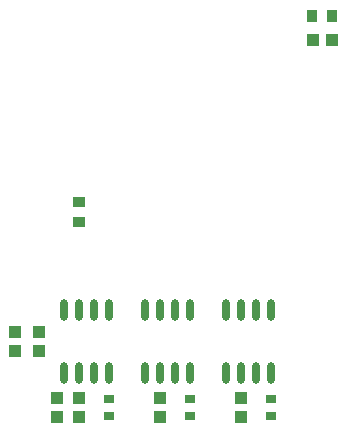
<source format=gtp>
G04 Layer: TopPasteMaskLayer*
G04 Panelize: , Column: 2, Row: 2, Board Size: 58.42mm x 58.42mm, Panelized Board Size: 118.84mm x 118.84mm*
G04 EasyEDA v6.5.34, 2023-09-07 21:37:19*
G04 37d5d949b0044b0a9540a43f37a93ca3,5a6b42c53f6a479593ecc07194224c93,10*
G04 Gerber Generator version 0.2*
G04 Scale: 100 percent, Rotated: No, Reflected: No *
G04 Dimensions in millimeters *
G04 leading zeros omitted , absolute positions ,4 integer and 5 decimal *
%FSLAX45Y45*%
%MOMM*%

%ADD10O,0.6299962X1.8649950000000002*%
%ADD11R,1.0000X1.1000*%
%ADD12R,0.8999X1.0000*%
%ADD13R,0.9000X0.8000*%
%ADD14R,1.0000X0.8999*%
%ADD15R,1.1000X1.0000*%

%LPD*%
D10*
G01*
X3797300Y3087649D03*
G01*
X3670300Y3087649D03*
G01*
X3543300Y3087649D03*
G01*
X3416300Y3087649D03*
G01*
X3797300Y2551150D03*
G01*
X3670300Y2551150D03*
G01*
X3543300Y2551150D03*
G01*
X3416300Y2551150D03*
G01*
X3111500Y3087649D03*
G01*
X2984500Y3087649D03*
G01*
X2857500Y3087649D03*
G01*
X2730500Y3087649D03*
G01*
X3111500Y2551150D03*
G01*
X2984500Y2551150D03*
G01*
X2857500Y2551150D03*
G01*
X2730500Y2551150D03*
G01*
X2425700Y3087649D03*
G01*
X2298700Y3087649D03*
G01*
X2171700Y3087649D03*
G01*
X2044700Y3087649D03*
G01*
X2425700Y2551150D03*
G01*
X2298700Y2551150D03*
G01*
X2171700Y2551150D03*
G01*
X2044700Y2551150D03*
D11*
G01*
X4149090Y5372100D03*
G01*
X4309084Y5372100D03*
D12*
G01*
X4144086Y5575300D03*
G01*
X4314088Y5575300D03*
D13*
G01*
X3111500Y2190597D03*
G01*
X3111500Y2330602D03*
G01*
X2425700Y2190597D03*
G01*
X2425700Y2330602D03*
D14*
G01*
X2171700Y3826586D03*
G01*
X2171700Y3996588D03*
D15*
G01*
X3543300Y2180589D03*
G01*
X3543300Y2340584D03*
G01*
X2857500Y2180589D03*
G01*
X2857500Y2340584D03*
G01*
X2171700Y2180589D03*
G01*
X2171700Y2340584D03*
G01*
X1828800Y2739389D03*
G01*
X1828800Y2899384D03*
G01*
X1981200Y2180589D03*
G01*
X1981200Y2340584D03*
G01*
X1625600Y2739389D03*
G01*
X1625600Y2899384D03*
D13*
G01*
X3797300Y2190597D03*
G01*
X3797300Y2330602D03*
M02*

</source>
